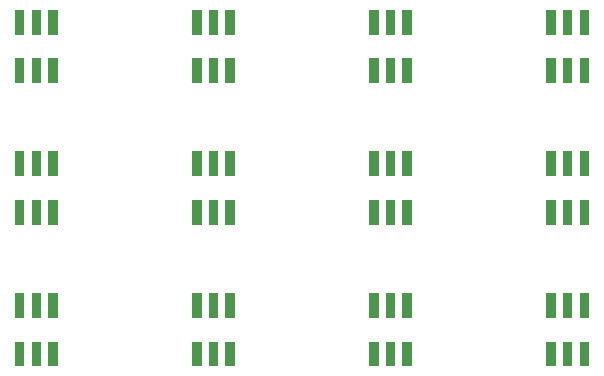
<source format=gbr>
G04 #@! TF.GenerationSoftware,KiCad,Pcbnew,5.0.2-bee76a0~70~ubuntu18.04.1*
G04 #@! TF.CreationDate,2020-01-30T22:42:59+01:00*
G04 #@! TF.ProjectId,schmitt_trigger_adapter,7363686d-6974-4745-9f74-726967676572,rev?*
G04 #@! TF.SameCoordinates,Original*
G04 #@! TF.FileFunction,Soldermask,Top*
G04 #@! TF.FilePolarity,Negative*
%FSLAX46Y46*%
G04 Gerber Fmt 4.6, Leading zero omitted, Abs format (unit mm)*
G04 Created by KiCad (PCBNEW 5.0.2-bee76a0~70~ubuntu18.04.1) date Thu 30 Jan 2020 10:42:59 PM CET*
%MOMM*%
%LPD*%
G01*
G04 APERTURE LIST*
%ADD10C,0.100000*%
G04 APERTURE END LIST*
D10*
G36*
X182101000Y-103101000D02*
X181299000Y-103101000D01*
X181299000Y-100999000D01*
X182101000Y-100999000D01*
X182101000Y-103101000D01*
X182101000Y-103101000D01*
G37*
G36*
X150701000Y-103101000D02*
X149899000Y-103101000D01*
X149899000Y-100999000D01*
X150701000Y-100999000D01*
X150701000Y-103101000D01*
X150701000Y-103101000D01*
G37*
G36*
X135701000Y-103101000D02*
X134899000Y-103101000D01*
X134899000Y-100999000D01*
X135701000Y-100999000D01*
X135701000Y-103101000D01*
X135701000Y-103101000D01*
G37*
G36*
X137101000Y-103101000D02*
X136299000Y-103101000D01*
X136299000Y-100999000D01*
X137101000Y-100999000D01*
X137101000Y-103101000D01*
X137101000Y-103101000D01*
G37*
G36*
X134301000Y-103101000D02*
X133499000Y-103101000D01*
X133499000Y-100999000D01*
X134301000Y-100999000D01*
X134301000Y-103101000D01*
X134301000Y-103101000D01*
G37*
G36*
X152101000Y-103101000D02*
X151299000Y-103101000D01*
X151299000Y-100999000D01*
X152101000Y-100999000D01*
X152101000Y-103101000D01*
X152101000Y-103101000D01*
G37*
G36*
X149301000Y-103101000D02*
X148499000Y-103101000D01*
X148499000Y-100999000D01*
X149301000Y-100999000D01*
X149301000Y-103101000D01*
X149301000Y-103101000D01*
G37*
G36*
X165701000Y-103101000D02*
X164899000Y-103101000D01*
X164899000Y-100999000D01*
X165701000Y-100999000D01*
X165701000Y-103101000D01*
X165701000Y-103101000D01*
G37*
G36*
X167101000Y-103101000D02*
X166299000Y-103101000D01*
X166299000Y-100999000D01*
X167101000Y-100999000D01*
X167101000Y-103101000D01*
X167101000Y-103101000D01*
G37*
G36*
X164301000Y-103101000D02*
X163499000Y-103101000D01*
X163499000Y-100999000D01*
X164301000Y-100999000D01*
X164301000Y-103101000D01*
X164301000Y-103101000D01*
G37*
G36*
X180701000Y-103101000D02*
X179899000Y-103101000D01*
X179899000Y-100999000D01*
X180701000Y-100999000D01*
X180701000Y-103101000D01*
X180701000Y-103101000D01*
G37*
G36*
X179301000Y-103101000D02*
X178499000Y-103101000D01*
X178499000Y-100999000D01*
X179301000Y-100999000D01*
X179301000Y-103101000D01*
X179301000Y-103101000D01*
G37*
G36*
X134301000Y-99001000D02*
X133499000Y-99001000D01*
X133499000Y-96899000D01*
X134301000Y-96899000D01*
X134301000Y-99001000D01*
X134301000Y-99001000D01*
G37*
G36*
X180701000Y-99001000D02*
X179899000Y-99001000D01*
X179899000Y-96899000D01*
X180701000Y-96899000D01*
X180701000Y-99001000D01*
X180701000Y-99001000D01*
G37*
G36*
X179301000Y-99001000D02*
X178499000Y-99001000D01*
X178499000Y-96899000D01*
X179301000Y-96899000D01*
X179301000Y-99001000D01*
X179301000Y-99001000D01*
G37*
G36*
X135701000Y-99001000D02*
X134899000Y-99001000D01*
X134899000Y-96899000D01*
X135701000Y-96899000D01*
X135701000Y-99001000D01*
X135701000Y-99001000D01*
G37*
G36*
X167101000Y-99001000D02*
X166299000Y-99001000D01*
X166299000Y-96899000D01*
X167101000Y-96899000D01*
X167101000Y-99001000D01*
X167101000Y-99001000D01*
G37*
G36*
X165701000Y-99001000D02*
X164899000Y-99001000D01*
X164899000Y-96899000D01*
X165701000Y-96899000D01*
X165701000Y-99001000D01*
X165701000Y-99001000D01*
G37*
G36*
X137101000Y-99001000D02*
X136299000Y-99001000D01*
X136299000Y-96899000D01*
X137101000Y-96899000D01*
X137101000Y-99001000D01*
X137101000Y-99001000D01*
G37*
G36*
X182101000Y-99001000D02*
X181299000Y-99001000D01*
X181299000Y-96899000D01*
X182101000Y-96899000D01*
X182101000Y-99001000D01*
X182101000Y-99001000D01*
G37*
G36*
X149301000Y-99001000D02*
X148499000Y-99001000D01*
X148499000Y-96899000D01*
X149301000Y-96899000D01*
X149301000Y-99001000D01*
X149301000Y-99001000D01*
G37*
G36*
X152101000Y-99001000D02*
X151299000Y-99001000D01*
X151299000Y-96899000D01*
X152101000Y-96899000D01*
X152101000Y-99001000D01*
X152101000Y-99001000D01*
G37*
G36*
X150701000Y-99001000D02*
X149899000Y-99001000D01*
X149899000Y-96899000D01*
X150701000Y-96899000D01*
X150701000Y-99001000D01*
X150701000Y-99001000D01*
G37*
G36*
X164301000Y-99001000D02*
X163499000Y-99001000D01*
X163499000Y-96899000D01*
X164301000Y-96899000D01*
X164301000Y-99001000D01*
X164301000Y-99001000D01*
G37*
G36*
X164301000Y-91101000D02*
X163499000Y-91101000D01*
X163499000Y-88999000D01*
X164301000Y-88999000D01*
X164301000Y-91101000D01*
X164301000Y-91101000D01*
G37*
G36*
X182101000Y-91101000D02*
X181299000Y-91101000D01*
X181299000Y-88999000D01*
X182101000Y-88999000D01*
X182101000Y-91101000D01*
X182101000Y-91101000D01*
G37*
G36*
X180701000Y-91101000D02*
X179899000Y-91101000D01*
X179899000Y-88999000D01*
X180701000Y-88999000D01*
X180701000Y-91101000D01*
X180701000Y-91101000D01*
G37*
G36*
X179301000Y-91101000D02*
X178499000Y-91101000D01*
X178499000Y-88999000D01*
X179301000Y-88999000D01*
X179301000Y-91101000D01*
X179301000Y-91101000D01*
G37*
G36*
X167101000Y-91101000D02*
X166299000Y-91101000D01*
X166299000Y-88999000D01*
X167101000Y-88999000D01*
X167101000Y-91101000D01*
X167101000Y-91101000D01*
G37*
G36*
X165701000Y-91101000D02*
X164899000Y-91101000D01*
X164899000Y-88999000D01*
X165701000Y-88999000D01*
X165701000Y-91101000D01*
X165701000Y-91101000D01*
G37*
G36*
X152101000Y-91101000D02*
X151299000Y-91101000D01*
X151299000Y-88999000D01*
X152101000Y-88999000D01*
X152101000Y-91101000D01*
X152101000Y-91101000D01*
G37*
G36*
X150701000Y-91101000D02*
X149899000Y-91101000D01*
X149899000Y-88999000D01*
X150701000Y-88999000D01*
X150701000Y-91101000D01*
X150701000Y-91101000D01*
G37*
G36*
X149301000Y-91101000D02*
X148499000Y-91101000D01*
X148499000Y-88999000D01*
X149301000Y-88999000D01*
X149301000Y-91101000D01*
X149301000Y-91101000D01*
G37*
G36*
X137101000Y-91101000D02*
X136299000Y-91101000D01*
X136299000Y-88999000D01*
X137101000Y-88999000D01*
X137101000Y-91101000D01*
X137101000Y-91101000D01*
G37*
G36*
X134301000Y-91101000D02*
X133499000Y-91101000D01*
X133499000Y-88999000D01*
X134301000Y-88999000D01*
X134301000Y-91101000D01*
X134301000Y-91101000D01*
G37*
G36*
X135701000Y-91101000D02*
X134899000Y-91101000D01*
X134899000Y-88999000D01*
X135701000Y-88999000D01*
X135701000Y-91101000D01*
X135701000Y-91101000D01*
G37*
G36*
X152101000Y-87001000D02*
X151299000Y-87001000D01*
X151299000Y-84899000D01*
X152101000Y-84899000D01*
X152101000Y-87001000D01*
X152101000Y-87001000D01*
G37*
G36*
X179301000Y-87001000D02*
X178499000Y-87001000D01*
X178499000Y-84899000D01*
X179301000Y-84899000D01*
X179301000Y-87001000D01*
X179301000Y-87001000D01*
G37*
G36*
X167101000Y-87001000D02*
X166299000Y-87001000D01*
X166299000Y-84899000D01*
X167101000Y-84899000D01*
X167101000Y-87001000D01*
X167101000Y-87001000D01*
G37*
G36*
X165701000Y-87001000D02*
X164899000Y-87001000D01*
X164899000Y-84899000D01*
X165701000Y-84899000D01*
X165701000Y-87001000D01*
X165701000Y-87001000D01*
G37*
G36*
X164301000Y-87001000D02*
X163499000Y-87001000D01*
X163499000Y-84899000D01*
X164301000Y-84899000D01*
X164301000Y-87001000D01*
X164301000Y-87001000D01*
G37*
G36*
X182101000Y-87001000D02*
X181299000Y-87001000D01*
X181299000Y-84899000D01*
X182101000Y-84899000D01*
X182101000Y-87001000D01*
X182101000Y-87001000D01*
G37*
G36*
X149301000Y-87001000D02*
X148499000Y-87001000D01*
X148499000Y-84899000D01*
X149301000Y-84899000D01*
X149301000Y-87001000D01*
X149301000Y-87001000D01*
G37*
G36*
X137101000Y-87001000D02*
X136299000Y-87001000D01*
X136299000Y-84899000D01*
X137101000Y-84899000D01*
X137101000Y-87001000D01*
X137101000Y-87001000D01*
G37*
G36*
X135701000Y-87001000D02*
X134899000Y-87001000D01*
X134899000Y-84899000D01*
X135701000Y-84899000D01*
X135701000Y-87001000D01*
X135701000Y-87001000D01*
G37*
G36*
X134301000Y-87001000D02*
X133499000Y-87001000D01*
X133499000Y-84899000D01*
X134301000Y-84899000D01*
X134301000Y-87001000D01*
X134301000Y-87001000D01*
G37*
G36*
X180701000Y-87001000D02*
X179899000Y-87001000D01*
X179899000Y-84899000D01*
X180701000Y-84899000D01*
X180701000Y-87001000D01*
X180701000Y-87001000D01*
G37*
G36*
X150701000Y-87001000D02*
X149899000Y-87001000D01*
X149899000Y-84899000D01*
X150701000Y-84899000D01*
X150701000Y-87001000D01*
X150701000Y-87001000D01*
G37*
G36*
X135701000Y-79101000D02*
X134899000Y-79101000D01*
X134899000Y-76999000D01*
X135701000Y-76999000D01*
X135701000Y-79101000D01*
X135701000Y-79101000D01*
G37*
G36*
X149301000Y-79101000D02*
X148499000Y-79101000D01*
X148499000Y-76999000D01*
X149301000Y-76999000D01*
X149301000Y-79101000D01*
X149301000Y-79101000D01*
G37*
G36*
X150701000Y-79101000D02*
X149899000Y-79101000D01*
X149899000Y-76999000D01*
X150701000Y-76999000D01*
X150701000Y-79101000D01*
X150701000Y-79101000D01*
G37*
G36*
X137101000Y-79101000D02*
X136299000Y-79101000D01*
X136299000Y-76999000D01*
X137101000Y-76999000D01*
X137101000Y-79101000D01*
X137101000Y-79101000D01*
G37*
G36*
X134301000Y-79101000D02*
X133499000Y-79101000D01*
X133499000Y-76999000D01*
X134301000Y-76999000D01*
X134301000Y-79101000D01*
X134301000Y-79101000D01*
G37*
G36*
X152101000Y-79101000D02*
X151299000Y-79101000D01*
X151299000Y-76999000D01*
X152101000Y-76999000D01*
X152101000Y-79101000D01*
X152101000Y-79101000D01*
G37*
G36*
X180701000Y-79101000D02*
X179899000Y-79101000D01*
X179899000Y-76999000D01*
X180701000Y-76999000D01*
X180701000Y-79101000D01*
X180701000Y-79101000D01*
G37*
G36*
X179301000Y-79101000D02*
X178499000Y-79101000D01*
X178499000Y-76999000D01*
X179301000Y-76999000D01*
X179301000Y-79101000D01*
X179301000Y-79101000D01*
G37*
G36*
X167101000Y-79101000D02*
X166299000Y-79101000D01*
X166299000Y-76999000D01*
X167101000Y-76999000D01*
X167101000Y-79101000D01*
X167101000Y-79101000D01*
G37*
G36*
X164301000Y-79101000D02*
X163499000Y-79101000D01*
X163499000Y-76999000D01*
X164301000Y-76999000D01*
X164301000Y-79101000D01*
X164301000Y-79101000D01*
G37*
G36*
X165701000Y-79101000D02*
X164899000Y-79101000D01*
X164899000Y-76999000D01*
X165701000Y-76999000D01*
X165701000Y-79101000D01*
X165701000Y-79101000D01*
G37*
G36*
X182101000Y-79101000D02*
X181299000Y-79101000D01*
X181299000Y-76999000D01*
X182101000Y-76999000D01*
X182101000Y-79101000D01*
X182101000Y-79101000D01*
G37*
G36*
X182101000Y-75001000D02*
X181299000Y-75001000D01*
X181299000Y-72899000D01*
X182101000Y-72899000D01*
X182101000Y-75001000D01*
X182101000Y-75001000D01*
G37*
G36*
X180701000Y-75001000D02*
X179899000Y-75001000D01*
X179899000Y-72899000D01*
X180701000Y-72899000D01*
X180701000Y-75001000D01*
X180701000Y-75001000D01*
G37*
G36*
X179301000Y-75001000D02*
X178499000Y-75001000D01*
X178499000Y-72899000D01*
X179301000Y-72899000D01*
X179301000Y-75001000D01*
X179301000Y-75001000D01*
G37*
G36*
X167101000Y-75001000D02*
X166299000Y-75001000D01*
X166299000Y-72899000D01*
X167101000Y-72899000D01*
X167101000Y-75001000D01*
X167101000Y-75001000D01*
G37*
G36*
X165701000Y-75001000D02*
X164899000Y-75001000D01*
X164899000Y-72899000D01*
X165701000Y-72899000D01*
X165701000Y-75001000D01*
X165701000Y-75001000D01*
G37*
G36*
X135701000Y-75001000D02*
X134899000Y-75001000D01*
X134899000Y-72899000D01*
X135701000Y-72899000D01*
X135701000Y-75001000D01*
X135701000Y-75001000D01*
G37*
G36*
X134301000Y-75001000D02*
X133499000Y-75001000D01*
X133499000Y-72899000D01*
X134301000Y-72899000D01*
X134301000Y-75001000D01*
X134301000Y-75001000D01*
G37*
G36*
X149301000Y-75001000D02*
X148499000Y-75001000D01*
X148499000Y-72899000D01*
X149301000Y-72899000D01*
X149301000Y-75001000D01*
X149301000Y-75001000D01*
G37*
G36*
X150701000Y-75001000D02*
X149899000Y-75001000D01*
X149899000Y-72899000D01*
X150701000Y-72899000D01*
X150701000Y-75001000D01*
X150701000Y-75001000D01*
G37*
G36*
X152101000Y-75001000D02*
X151299000Y-75001000D01*
X151299000Y-72899000D01*
X152101000Y-72899000D01*
X152101000Y-75001000D01*
X152101000Y-75001000D01*
G37*
G36*
X137101000Y-75001000D02*
X136299000Y-75001000D01*
X136299000Y-72899000D01*
X137101000Y-72899000D01*
X137101000Y-75001000D01*
X137101000Y-75001000D01*
G37*
G36*
X164301000Y-75001000D02*
X163499000Y-75001000D01*
X163499000Y-72899000D01*
X164301000Y-72899000D01*
X164301000Y-75001000D01*
X164301000Y-75001000D01*
G37*
M02*

</source>
